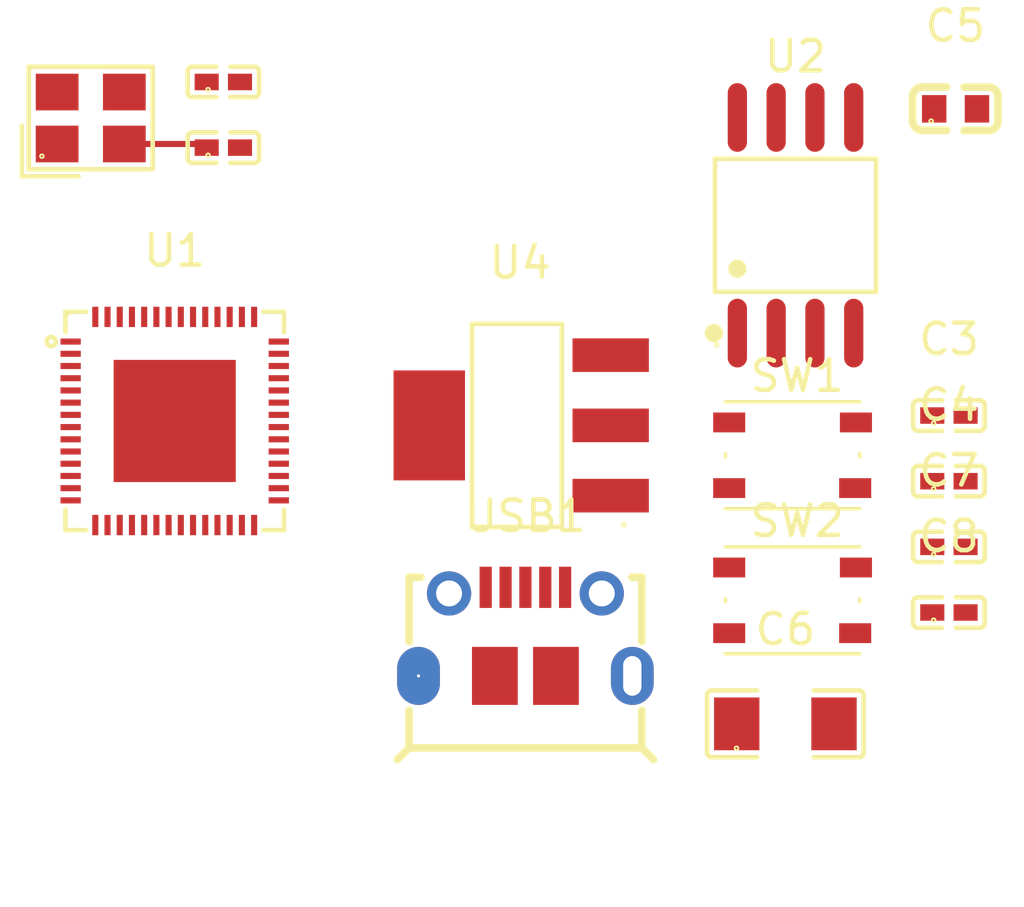
<source format=kicad_pcb>
(kicad_pcb (version 20221018) (generator pcbnew)
  (layers (0 "F.Cu" signal) (31 "B.Cu" signal) (34 "B.Paste" user) (35 "F.Paste" user) (36 "B.SilkS" user "B.Silkscreen") (37 "F.SilkS" user "F.Silkscreen") (38 "B.Mask" user) (39 "F.Mask" user) (44 "Edge.Cuts" user))
  (net 0 "")
  (net 5 "+5V")
  (net 6 "+3V3")
  (net 7 "GPIO0")
  (net 8 "RESET")
  (net 9 "IO0")
  (net 10 "IO1")
  (net 11 "IO2")
  (net 12 "IO3")
  (net 13 "IO4")
  (net 14 "IO5")
  (net 15 "IO6")
  (net 16 "IO7")
  (net 17 "IO8")
  (net 18 "IO9")
  (net 19 "IO10")
  (net 21 "IO11")
  (net 22 "IO12")
  (net 23 "IO13")
  (net 24 "IO14")
  (net 25 "IO15")
  (net 26 "IO16")
  (net 27 "IO17")
  (net 29 "IO18")
  (net 30 "USB_N")
  (net 31 "USB_P")
  (net 32 "IO21")
  (net 33 "SD_HD")
  (net 34 "SD_WP")
  (net 35 "SD_CS0")
  (net 36 "SD_CLK")
  (net 37 "SD_IQ")
  (net 38 "SD_ID")
  (net 39 "IO48")
  (net 40 "IO47")
  (net 41 "IO33")
  (net 42 "IO34")
  (net 43 "IO35")
  (net 44 "IO36")
  (net 45 "IO37")
  (net 47 "IO38")
  (net 48 "IO39")
  (net 51 "IO40")
  (net 52 "IO41")
  (net 56 "XTAL_P")
  (net 57 "GND")
  (net 58 "XTAL_N")
  (net 59 "IO42")
  (net 60 "IO45")
  (net 61 "IO46")
  (footprint "jlc_footprints:CRYSTAL-SMD_4P-L3.2-W2.5-BL" (layer "F.Cu") (at 111.953409 70.150531)
    (fp_text reference "X1" hide)
    (fp_text value "40MHz")
    (fp_line (start -2.257201 0.249886) (end -2.257201 1.907087) (stroke (width 0.1524)) (layer "F.SilkS"))
    (fp_line (start -2.257201 1.907087) (end -0.4 1.907087) (stroke (width 0.1524)) (layer "F.SilkS"))
    (fp_line (start -2.0286 -1.67874) (end 2.0286 -1.67874) (stroke (width 0.1524)) (layer "F.SilkS"))
    (fp_line (start -2.0286 1.678486) (end -2.0286 -1.67874) (stroke (width 0.1524)) (layer "F.SilkS"))
    (fp_line (start 2.0286 -1.67874) (end 2.0286 1.678486) (stroke (width 0.1524)) (layer "F.SilkS"))
    (fp_line (start 2.0286 1.678486) (end -2.0286 1.678486) (stroke (width 0.1524)) (layer "F.SilkS"))
    (fp_circle (center -1.6 1.249886) (end -1.570003 1.249886) (stroke (width 0.059995)) (fill none) (layer "F.SilkS"))
    (pad "1" smd rect (at -1.100076 0.850013) (size 1.4 1.2) (layers "F.Cu" "F.Paste" "F.Mask") (net 56 "XTAL_P"))
    (pad "2" smd rect (at 1.100076 0.850013) (size 1.4 1.2) (layers "F.Cu" "F.Paste" "F.Mask") (net 57 "GND"))
    (pad "3" smd rect (at 1.100076 -0.850013) (size 1.4 1.2) (layers "F.Cu" "F.Paste" "F.Mask") (net 58 "XTAL_N"))
    (pad "4" smd rect (at -1.100076 -0.850013) (size 1.4 1.2) (layers "F.Cu" "F.Paste" "F.Mask") (net 57 "GND"))
  )
  (footprint "jlc_footprints:C0402" (layer "F.Cu") (at 140.05237 84.191572)
    (fp_text reference "C7" (at 0 -2.498603) (layer "F.SilkS"))
    (fp_text value "100n")
    (fp_line (start -1.168707 0.346203) (end -1.168707 -0.346203) (stroke (width 0.1524)) (layer "F.SilkS"))
    (fp_line (start -1.016307 -0.498603) (end -0.226213 -0.498603) (stroke (width 0.1524)) (layer "F.SilkS"))
    (fp_line (start -0.226213 0.498603) (end -1.016307 0.498603) (stroke (width 0.1524)) (layer "F.SilkS"))
    (fp_line (start 0.226213 0.498603) (end 1.016307 0.498603) (stroke (width 0.1524)) (layer "F.SilkS"))
    (fp_line (start 1.016307 -0.498603) (end 0.226213 -0.498603) (stroke (width 0.1524)) (layer "F.SilkS"))
    (fp_line (start 1.168707 0.346203) (end 1.168707 -0.346203) (stroke (width 0.1524)) (layer "F.SilkS"))
    (fp_arc (start -1.168707 -0.346203) (mid -1.12407 -0.453966) (end -1.016307 -0.498603) (stroke (width 0.1524)) (layer "F.SilkS"))
    (fp_arc (start -1.016307 0.498603) (mid -1.12407 0.453966) (end -1.168707 0.346203) (stroke (width 0.1524)) (layer "F.SilkS"))
    (fp_arc (start 1.016307 -0.498603) (mid 1.12407 -0.453966) (end 1.168707 -0.346203) (stroke (width 0.1524)) (layer "F.SilkS"))
    (fp_arc (start 1.168707 0.346203) (mid 1.12407 0.453966) (end 1.016307 0.498603) (stroke (width 0.1524)) (layer "F.SilkS"))
    (fp_circle (center -0.5 0.250013) (end -0.470003 0.250013) (stroke (width 0.059995)) (fill none) (layer "F.SilkS"))
    (pad "1" smd rect (at -0.545085 0) (size 0.790094 0.540005) (layers "F.Cu" "F.Paste" "F.Mask") (net 57 "GND"))
    (pad "2" smd rect (at 0.545085 0) (size 0.790094 0.540005) (layers "F.Cu" "F.Paste" "F.Mask") (net 6 "+3V3"))
  )
  (footprint "jlc_footprints:C0402" (layer "F.Cu") (at 140.05237 86.341178)
    (fp_text reference "C8" (at 0 -2.498603) (layer "F.SilkS"))
    (fp_text value "1u")
    (fp_line (start -1.168707 0.346203) (end -1.168707 -0.346203) (stroke (width 0.1524)) (layer "F.SilkS"))
    (fp_line (start -1.016307 -0.498603) (end -0.226213 -0.498603) (stroke (width 0.1524)) (layer "F.SilkS"))
    (fp_line (start -0.226213 0.498603) (end -1.016307 0.498603) (stroke (width 0.1524)) (layer "F.SilkS"))
    (fp_line (start 0.226213 0.498603) (end 1.016307 0.498603) (stroke (width 0.1524)) (layer "F.SilkS"))
    (fp_line (start 1.016307 -0.498603) (end 0.226213 -0.498603) (stroke (width 0.1524)) (layer "F.SilkS"))
    (fp_line (start 1.168707 0.346203) (end 1.168707 -0.346203) (stroke (width 0.1524)) (layer "F.SilkS"))
    (fp_arc (start -1.168707 -0.346203) (mid -1.12407 -0.453966) (end -1.016307 -0.498603) (stroke (width 0.1524)) (layer "F.SilkS"))
    (fp_arc (start -1.016307 0.498603) (mid -1.12407 0.453966) (end -1.168707 0.346203) (stroke (width 0.1524)) (layer "F.SilkS"))
    (fp_arc (start 1.016307 -0.498603) (mid 1.12407 -0.453966) (end 1.168707 -0.346203) (stroke (width 0.1524)) (layer "F.SilkS"))
    (fp_arc (start 1.168707 0.346203) (mid 1.12407 0.453966) (end 1.016307 0.498603) (stroke (width 0.1524)) (layer "F.SilkS"))
    (fp_circle (center -0.5 0.250013) (end -0.470003 0.250013) (stroke (width 0.059995)) (fill none) (layer "F.SilkS"))
    (pad "1" smd rect (at -0.545085 0) (size 0.790094 0.540005) (layers "F.Cu" "F.Paste" "F.Mask") (net 6 "+3V3"))
    (pad "2" smd rect (at 0.545085 0) (size 0.790094 0.540005) (layers "F.Cu" "F.Paste" "F.Mask") (net 57 "GND"))
  )
  (footprint "jlc_footprints:C0402" (layer "F.Cu") (at 140.05237 79.89236)
    (fp_text reference "C3" (at 0 -2.498603) (layer "F.SilkS"))
    (fp_text value "10u")
    (fp_line (start -1.168707 0.346203) (end -1.168707 -0.346203) (stroke (width 0.1524)) (layer "F.SilkS"))
    (fp_line (start -1.016307 -0.498603) (end -0.226213 -0.498603) (stroke (width 0.1524)) (layer "F.SilkS"))
    (fp_line (start -0.226213 0.498603) (end -1.016307 0.498603) (stroke (width 0.1524)) (layer "F.SilkS"))
    (fp_line (start 0.226213 0.498603) (end 1.016307 0.498603) (stroke (width 0.1524)) (layer "F.SilkS"))
    (fp_line (start 1.016307 -0.498603) (end 0.226213 -0.498603) (stroke (width 0.1524)) (layer "F.SilkS"))
    (fp_line (start 1.168707 0.346203) (end 1.168707 -0.346203) (stroke (width 0.1524)) (layer "F.SilkS"))
    (fp_arc (start -1.168707 -0.346203) (mid -1.12407 -0.453966) (end -1.016307 -0.498603) (stroke (width 0.1524)) (layer "F.SilkS"))
    (fp_arc (start -1.016307 0.498603) (mid -1.12407 0.453966) (end -1.168707 0.346203) (stroke (width 0.1524)) (layer "F.SilkS"))
    (fp_arc (start 1.016307 -0.498603) (mid 1.12407 -0.453966) (end 1.168707 -0.346203) (stroke (width 0.1524)) (layer "F.SilkS"))
    (fp_arc (start 1.168707 0.346203) (mid 1.12407 0.453966) (end 1.016307 0.498603) (stroke (width 0.1524)) (layer "F.SilkS"))
    (fp_circle (center -0.5 0.250013) (end -0.470003 0.250013) (stroke (width 0.059995)) (fill none) (layer "F.SilkS"))
    (pad "1" smd rect (at -0.545085 0) (size 0.790094 0.540005) (layers "F.Cu" "F.Paste" "F.Mask") (net 57 "GND"))
    (pad "2" smd rect (at 0.545085 0) (size 0.790094 0.540005) (layers "F.Cu" "F.Paste" "F.Mask") (net 5 "+5V"))
  )
  (footprint "jlc_footprints:C0402" (layer "F.Cu") (at 116.294915 71.12)
    (fp_text reference "C2" hide)
    (fp_text value "12p")
    (fp_line (start -1.168707 0.346203) (end -1.168707 -0.346203) (stroke (width 0.1524)) (layer "F.SilkS"))
    (fp_line (start -1.016307 -0.498603) (end -0.226213 -0.498603) (stroke (width 0.1524)) (layer "F.SilkS"))
    (fp_line (start -0.226213 0.498603) (end -1.016307 0.498603) (stroke (width 0.1524)) (layer "F.SilkS"))
    (fp_line (start 0.226213 0.498603) (end 1.016307 0.498603) (stroke (width 0.1524)) (layer "F.SilkS"))
    (fp_line (start 1.016307 -0.498603) (end 0.226213 -0.498603) (stroke (width 0.1524)) (layer "F.SilkS"))
    (fp_line (start 1.168707 0.346203) (end 1.168707 -0.346203) (stroke (width 0.1524)) (layer "F.SilkS"))
    (fp_arc (start -1.168707 -0.346203) (mid -1.12407 -0.453966) (end -1.016307 -0.498603) (stroke (width 0.1524)) (layer "F.SilkS"))
    (fp_arc (start -1.016307 0.498603) (mid -1.12407 0.453966) (end -1.168707 0.346203) (stroke (width 0.1524)) (layer "F.SilkS"))
    (fp_arc (start 1.016307 -0.498603) (mid 1.12407 -0.453966) (end 1.168707 -0.346203) (stroke (width 0.1524)) (layer "F.SilkS"))
    (fp_arc (start 1.168707 0.346203) (mid 1.12407 0.453966) (end 1.016307 0.498603) (stroke (width 0.1524)) (layer "F.SilkS"))
    (fp_circle (center -0.5 0.250013) (end -0.470003 0.250013) (stroke (width 0.059995)) (fill none) (layer "F.SilkS"))
    (pad "1" smd rect (at -0.545085 0) (size 0.790094 0.540005) (layers "F.Cu" "F.Paste" "F.Mask") (net 57 "GND"))
    (pad "2" smd rect (at 0.545085 0) (size 0.790094 0.540005) (layers "F.Cu" "F.Paste" "F.Mask") (net 58 "XTAL_N"))
  )
  (footprint "Button_Switch_SMD:SW_Push_1P1T_NO_Vertical_Wuerth_434133025816" (layer "F.Cu") (at 134.932463 81.192557)
    (fp_text reference "SW1" (at 0.15 -2.6) (layer "F.SilkS"))
    (fp_text value "IO0")
    (fp_line (start -2.2 0.05) (end -2.2 -0.05) (stroke (width 0.12)) (layer "F.SilkS"))
    (fp_line (start -2.2 1.75) (end 2.2 1.75) (stroke (width 0.12)) (layer "F.SilkS"))
    (fp_line (start 2.2 -1.75) (end -2.2 -1.75) (stroke (width 0.12)) (layer "F.SilkS"))
    (fp_line (start 2.2 0.05) (end 2.2 -0.05) (stroke (width 0.12)) (layer "F.SilkS"))
    (pad "1" smd rect (at -2.075 -1.075) (size 1.05 0.65) (layers "F.Cu" "F.Paste" "F.Mask") (net 57 "GND"))
    (pad "1" smd rect (at 2.075 -1.075) (size 1.05 0.65) (layers "F.Cu" "F.Paste" "F.Mask") (net 57 "GND"))
    (pad "2" smd rect (at -2.075 1.075) (size 1.05 0.65) (layers "F.Cu" "F.Paste" "F.Mask") (net 7 "GPIO0"))
    (pad "2" smd rect (at 2.05 1.075) (size 1.05 0.65) (layers "F.Cu" "F.Paste" "F.Mask") (net 7 "GPIO0"))
  )
  (footprint "jlc_footprints:C1206" (layer "F.Cu") (at 134.697265 89.986366)
    (fp_text reference "C6" (at 0 -3.092609) (layer "F.SilkS"))
    (fp_text value "100u")
    (fp_line (start -2.563602 0.940208) (end -2.563602 -0.940208) (stroke (width 0.1524)) (layer "F.SilkS"))
    (fp_line (start -2.411201 -1.092609) (end -0.926213 -1.092609) (stroke (width 0.1524)) (layer "F.SilkS"))
    (fp_line (start -0.926213 1.092609) (end -2.411201 1.092609) (stroke (width 0.1524)) (layer "F.SilkS"))
    (fp_line (start 0.926213 1.092609) (end 2.411201 1.092609) (stroke (width 0.1524)) (layer "F.SilkS"))
    (fp_line (start 2.411201 -1.092609) (end 0.926213 -1.092609) (stroke (width 0.1524)) (layer "F.SilkS"))
    (fp_line (start 2.563602 0.940208) (end 2.563602 -0.940208) (stroke (width 0.1524)) (layer "F.SilkS"))
    (fp_arc (start -2.563602 -0.940208) (mid -2.518965 -1.047972) (end -2.411201 -1.092609) (stroke (width 0.1524)) (layer "F.SilkS"))
    (fp_arc (start -2.411201 1.092609) (mid -2.518965 1.047972) (end -2.563602 0.940208) (stroke (width 0.1524)) (layer "F.SilkS"))
    (fp_arc (start 2.411201 -1.092609) (mid 2.518965 -1.047972) (end 2.563602 -0.940208) (stroke (width 0.1524)) (layer "F.SilkS"))
    (fp_arc (start 2.563602 0.940208) (mid 2.518965 1.047972) (end 2.411201 1.092609) (stroke (width 0.1524)) (layer "F.SilkS"))
    (fp_circle (center -1.599949 0.800102) (end -1.569977 0.800102) (stroke (width 0.059995)) (fill none) (layer "F.SilkS"))
    (pad "1" smd rect (at -1.592583 0) (size 1.485014 1.727991) (layers "F.Cu" "F.Paste" "F.Mask") (net 57 "GND"))
    (pad "2" smd rect (at 1.592583 0) (size 1.485014 1.727991) (layers "F.Cu" "F.Paste" "F.Mask") (net 6 "+3V3"))
  )
  (footprint "Button_Switch_SMD:SW_Push_1P1T_NO_Vertical_Wuerth_434133025816" (layer "F.Cu") (at 134.932463 85.942557)
    (fp_text reference "SW2" (at 0.15 -2.6) (layer "F.SilkS"))
    (fp_text value "RST")
    (fp_line (start -2.2 0.05) (end -2.2 -0.05) (stroke (width 0.12)) (layer "F.SilkS"))
    (fp_line (start -2.2 1.75) (end 2.2 1.75) (stroke (width 0.12)) (layer "F.SilkS"))
    (fp_line (start 2.2 -1.75) (end -2.2 -1.75) (stroke (width 0.12)) (layer "F.SilkS"))
    (fp_line (start 2.2 0.05) (end 2.2 -0.05) (stroke (width 0.12)) (layer "F.SilkS"))
    (pad "1" smd rect (at -2.075 -1.075) (size 1.05 0.65) (layers "F.Cu" "F.Paste" "F.Mask") (net 57 "GND"))
    (pad "1" smd rect (at 2.075 -1.075) (size 1.05 0.65) (layers "F.Cu" "F.Paste" "F.Mask") (net 57 "GND"))
    (pad "2" smd rect (at -2.075 1.075) (size 1.05 0.65) (layers "F.Cu" "F.Paste" "F.Mask") (net 8 "RESET"))
    (pad "2" smd rect (at 2.05 1.075) (size 1.05 0.65) (layers "F.Cu" "F.Paste" "F.Mask") (net 8 "RESET"))
  )
  (footprint "jlc_footprints:QFN-56_L7.0-W7.0-P0.40-TL-EP4.0" (layer "F.Cu") (at 114.702456 80.070076)
    (fp_text reference "U1" (at 0.000076 -5.576302) (layer "F.SilkS"))
    (fp_text value "ESP32-S3(R8)")
    (fp_line (start -3.576149 -3.576302) (end -3.576149 -2.902591) (stroke (width 0.1524)) (layer "F.SilkS"))
    (fp_line (start -3.576149 3.576149) (end -3.576149 2.902464) (stroke (width 0.1524)) (layer "F.SilkS"))
    (fp_line (start -2.902464 -3.576302) (end -3.576149 -3.576302) (stroke (width 0.1524)) (layer "F.SilkS"))
    (fp_line (start -2.902464 3.576149) (end -3.576149 3.576149) (stroke (width 0.1524)) (layer "F.SilkS"))
    (fp_line (start 2.902591 -3.576302) (end 3.576302 -3.576302) (stroke (width 0.1524)) (layer "F.SilkS"))
    (fp_line (start 2.902591 3.576149) (end 3.576302 3.576149) (stroke (width 0.1524)) (layer "F.SilkS"))
    (fp_line (start 3.576302 -3.576302) (end 3.576302 -2.902591) (stroke (width 0.1524)) (layer "F.SilkS"))
    (fp_line (start 3.576302 3.576149) (end 3.576302 2.902464) (stroke (width 0.1524)) (layer "F.SilkS"))
    (fp_circle (center -4.039751 -2.600076) (end -3.964821 -2.600076) (stroke (width 0.150013)) (fill none) (layer "F.SilkS"))
    (fp_circle (center -3.499924 -3.500076) (end -3.469926 -3.500076) (stroke (width 0.059995)) (fill none) (layer "F.SilkS"))
    (pad "1" smd rect (at -3.407544 -2.600076) (size 0.664999 0.2) (layers "F.Cu" "F.Paste" "F.Mask"))
    (pad "2" smd rect (at -3.407544 -2.200025) (size 0.664999 0.2) (layers "F.Cu" "F.Paste" "F.Mask"))
    (pad "3" smd rect (at -3.407544 -1.799975) (size 0.664999 0.2) (layers "F.Cu" "F.Paste" "F.Mask"))
    (pad "4" smd rect (at -3.407544 -1.400178) (size 0.664999 0.2) (layers "F.Cu" "F.Paste" "F.Mask"))
    (pad "5" smd rect (at -3.407544 -1.000127) (size 0.664999 0.2) (layers "F.Cu" "F.Paste" "F.Mask") (net 9 "IO0"))
    (pad "6" smd rect (at -3.407544 -0.600076) (size 0.664999 0.2) (layers "F.Cu" "F.Paste" "F.Mask") (net 10 "IO1"))
    (pad "7" smd rect (at -3.407544 -0.200025) (size 0.664999 0.2) (layers "F.Cu" "F.Paste" "F.Mask") (net 11 "IO2"))
    (pad "8" smd rect (at -3.407544 0.200025) (size 0.664999 0.2) (layers "F.Cu" "F.Paste" "F.Mask") (net 12 "IO3"))
    (pad "9" smd rect (at -3.407544 0.599822) (size 0.664999 0.2) (layers "F.Cu" "F.Paste" "F.Mask") (net 13 "IO4"))
    (pad "10" smd rect (at -3.407544 0.999873) (size 0.664999 0.2) (layers "F.Cu" "F.Paste" "F.Mask") (net 14 "IO5"))
    (pad "11" smd rect (at -3.407544 1.399924) (size 0.664999 0.2) (layers "F.Cu" "F.Paste" "F.Mask") (net 15 "IO6"))
    (pad "12" smd rect (at -3.407544 1.799975) (size 0.664999 0.2) (layers "F.Cu" "F.Paste" "F.Mask") (net 16 "IO7"))
    (pad "13" smd rect (at -3.407544 2.200025) (size 0.664999 0.2) (layers "F.Cu" "F.Paste" "F.Mask") (net 17 "IO8"))
    (pad "14" smd rect (at -3.407544 2.599822) (size 0.664999 0.2) (layers "F.Cu" "F.Paste" "F.Mask") (net 18 "IO9"))
    (pad "15" smd rect (at -2.599822 3.407544) (size 0.2 0.664999) (layers "F.Cu" "F.Paste" "F.Mask") (net 19 "IO10"))
    (pad "16" smd rect (at -2.200025 3.407544) (size 0.2 0.664999) (layers "F.Cu" "F.Paste" "F.Mask") (net 21 "IO11"))
    (pad "17" smd rect (at -1.799975 3.407544) (size 0.2 0.664999) (layers "F.Cu" "F.Paste" "F.Mask") (net 22 "IO12"))
    (pad "18" smd rect (at -1.399924 3.407544) (size 0.2 0.664999) (layers "F.Cu" "F.Paste" "F.Mask") (net 23 "IO13"))
    (pad "19" smd rect (at -0.999873 3.407544) (size 0.2 0.664999) (layers "F.Cu" "F.Paste" "F.Mask") (net 24 "IO14"))
    (pad "20" smd rect (at -0.599822 3.407544) (size 0.2 0.664999) (layers "F.Cu" "F.Paste" "F.Mask"))
    (pad "21" smd rect (at -0.200025 3.407544) (size 0.2 0.664999) (layers "F.Cu" "F.Paste" "F.Mask") (net 25 "IO15"))
    (pad "22" smd rect (at 0.200025 3.407544) (size 0.2 0.664999) (layers "F.Cu" "F.Paste" "F.Mask") (net 26 "IO16"))
    (pad "23" smd rect (at 0.600076 3.407544) (size 0.2 0.664999) (layers "F.Cu" "F.Paste" "F.Mask") (net 27 "IO17"))
    (pad "24" smd rect (at 1.000127 3.407544) (size 0.2 0.664999) (layers "F.Cu" "F.Paste" "F.Mask") (net 29 "IO18"))
    (pad "25" smd rect (at 1.400178 3.407544) (size 0.2 0.664999) (layers "F.Cu" "F.Paste" "F.Mask") (net 30 "USB_N"))
    (pad "26" smd rect (at 1.799975 3.407544) (size 0.2 0.664999) (layers "F.Cu" "F.Paste" "F.Mask") (net 31 "USB_P"))
    (pad "27" smd rect (at 2.200025 3.407544) (size 0.2 0.664999) (layers "F.Cu" "F.Paste" "F.Mask") (net 32 "IO21"))
    (pad "28" smd rect (at 2.600076 3.407544) (size 0.2 0.664999) (layers "F.Cu" "F.Paste" "F.Mask"))
    (pad "29" smd rect (at 3.407544 2.599822) (size 0.664999 0.2) (layers "F.Cu" "F.Paste" "F.Mask") (net 6 "+3V3"))
    (pad "30" smd rect (at 3.407544 2.200025) (size 0.664999 0.2) (layers "F.Cu" "F.Paste" "F.Mask") (net 33 "SD_HD"))
    (pad "31" smd rect (at 3.407544 1.799975) (size 0.664999 0.2) (layers "F.Cu" "F.Paste" "F.Mask") (net 34 "SD_WP"))
    (pad "32" smd rect (at 3.407544 1.399924) (size 0.664999 0.2) (layers "F.Cu" "F.Paste" "F.Mask") (net 35 "SD_CS0"))
    (pad "33" smd rect (at 3.407544 0.999873) (size 0.664999 0.2) (layers "F.Cu" "F.Paste" "F.Mask") (net 36 "SD_CLK"))
    (pad "34" smd rect (at 3.407544 0.599822) (size 0.664999 0.2) (layers "F.Cu" "F.Paste" "F.Mask") (net 37 "SD_IQ"))
    (pad "35" smd rect (at 3.407544 0.200025) (size 0.664999 0.2) (layers "F.Cu" "F.Paste" "F.Mask") (net 38 "SD_ID"))
    (pad "36" smd rect (at 3.407544 -0.200025) (size 0.664999 0.2) (layers "F.Cu" "F.Paste" "F.Mask") (net 39 "IO48"))
    (pad "37" smd rect (at 3.407544 -0.600076) (size 0.664999 0.2) (layers "F.Cu" "F.Paste" "F.Mask") (net 40 "IO47"))
    (pad "38" smd rect (at 3.407544 -1.000127) (size 0.664999 0.2) (layers "F.Cu" "F.Paste" "F.Mask") (net 41 "IO33"))
    (pad "39" smd rect (at 3.407544 -1.400178) (size 0.664999 0.2) (layers "F.Cu" "F.Paste" "F.Mask") (net 42 "IO34"))
    (pad "40" smd rect (at 3.407544 -1.799975) (size 0.664999 0.2) (layers "F.Cu" "F.Paste" "F.Mask") (net 43 "IO35"))
    (pad "41" smd rect (at 3.407544 -2.200025) (size 0.664999 0.2) (layers "F.Cu" "F.Paste" "F.Mask") (net 44 "IO36"))
    (pad "42" smd rect (at 3.407544 -2.600076) (size 0.664999 0.2) (layers "F.Cu" "F.Paste" "F.Mask") (net 45 "IO37"))
    (pad "43" smd rect (at 2.600076 -3.407544) (size 0.2 0.664999) (layers "F.Cu" "F.Paste" "F.Mask") (net 47 "IO38"))
    (pad "44" smd rect (at 2.200025 -3.407544) (size 0.2 0.664999) (layers "F.Cu" "F.Paste" "F.Mask") (net 48 "IO39"))
    (pad "45" smd rect (at 1.799975 -3.407544) (size 0.2 0.664999) (layers "F.Cu" "F.Paste" "F.Mask") (net 51 "IO40"))
    (pad "46" smd rect (at 1.400178 -3.407544) (size 0.2 0.664999) (layers "F.Cu" "F.Paste" "F.Mask"))
    (pad "47" smd rect (at 1.000127 -3.407544) (size 0.2 0.664999) (layers "F.Cu" "F.Paste" "F.Mask") (net 52 "IO41"))
    (pad "48" smd rect (at 0.600076 -3.407544) (size 0.2 0.664999) (layers "F.Cu" "F.Paste" "F.Mask") (net 59 "IO42"))
    (pad "49" smd rect (at 0.200025 -3.407544) (size 0.2 0.664999) (layers "F.Cu" "F.Paste" "F.Mask"))
    (pad "50" smd rect (at -0.200025 -3.407544) (size 0.2 0.664999) (layers "F.Cu" "F.Paste" "F.Mask"))
    (pad "51" smd rect (at -0.599822 -3.407544) (size 0.2 0.664999) (layers "F.Cu" "F.Paste" "F.Mask") (net 60 "IO45"))
    (pad "52" smd rect (at -0.999873 -3.407544) (size 0.2 0.664999) (layers "F.Cu" "F.Paste" "F.Mask") (net 61 "IO46"))
    (pad "53" smd rect (at -1.399924 -3.407544) (size 0.2 0.664999) (layers "F.Cu" "F.Paste" "F.Mask") (net 58 "XTAL_N"))
    (pad "54" smd rect (at -1.799975 -3.407544) (size 0.2 0.664999) (layers "F.Cu" "F.Paste" "F.Mask") (net 56 "XTAL_P"))
    (pad "55" smd rect (at -2.200025 -3.407544) (size 0.2 0.664999) (layers "F.Cu" "F.Paste" "F.Mask"))
    (pad "56" smd rect (at -2.599822 -3.407544) (size 0.2 0.664999) (layers "F.Cu" "F.Paste" "F.Mask"))
    (pad "57" smd rect (at 0.000127 -0.000127) (size 4 4) (layers "F.Cu" "F.Paste" "F.Mask"))
  )
  (footprint "jlc_footprints:C0402" (layer "F.Cu") (at 116.294915 68.970394)
    (fp_text reference "C1" hide)
    (fp_text value "12p")
    (fp_line (start -1.168707 0.346203) (end -1.168707 -0.346203) (stroke (width 0.1524)) (layer "F.SilkS"))
    (fp_line (start -1.016307 -0.498603) (end -0.226213 -0.498603) (stroke (width 0.1524)) (layer "F.SilkS"))
    (fp_line (start -0.226213 0.498603) (end -1.016307 0.498603) (stroke (width 0.1524)) (layer "F.SilkS"))
    (fp_line (start 0.226213 0.498603) (end 1.016307 0.498603) (stroke (width 0.1524)) (layer "F.SilkS"))
    (fp_line (start 1.016307 -0.498603) (end 0.226213 -0.498603) (stroke (width 0.1524)) (layer "F.SilkS"))
    (fp_line (start 1.168707 0.346203) (end 1.168707 -0.346203) (stroke (width 0.1524)) (layer "F.SilkS"))
    (fp_arc (start -1.168707 -0.346203) (mid -1.12407 -0.453966) (end -1.016307 -0.498603) (stroke (width 0.1524)) (layer "F.SilkS"))
    (fp_arc (start -1.016307 0.498603) (mid -1.12407 0.453966) (end -1.168707 0.346203) (stroke (width 0.1524)) (layer "F.SilkS"))
    (fp_arc (start 1.016307 -0.498603) (mid 1.12407 -0.453966) (end 1.168707 -0.346203) (stroke (width 0.1524)) (layer "F.SilkS"))
    (fp_arc (start 1.168707 0.346203) (mid 1.12407 0.453966) (end 1.016307 0.498603) (stroke (width 0.1524)) (layer "F.SilkS"))
    (fp_circle (center -0.5 0.250013) (end -0.470003 0.250013) (stroke (width 0.059995)) (fill none) (layer "F.SilkS"))
    (pad "1" smd rect (at -0.545085 0) (size 0.790094 0.540005) (layers "F.Cu" "F.Paste" "F.Mask") (net 57 "GND"))
    (pad "2" smd rect (at 0.545085 0) (size 0.790094 0.540005) (layers "F.Cu" "F.Paste" "F.Mask") (net 56 "XTAL_P"))
  )
  (footprint "jlc_footprints:SOT-223-3_L6.5-W3.4-P2.30-LS7.0-BR" (layer "F.Cu") (at 126.007442 80.214796)
    (fp_text reference "U4" (at -0.000013 -5.326213) (layer "F.SilkS"))
    (fp_text value "AMS1117")
    (fp_line (start -1.571425 -3.326213) (end 1.371374 -3.326213) (stroke (width 0.1524)) (layer "F.SilkS"))
    (fp_line (start -1.571425 3.326213) (end -1.571425 -3.326213) (stroke (width 0.1524)) (layer "F.SilkS"))
    (fp_line (start 1.371374 -3.326213) (end 1.371374 3.326213) (stroke (width 0.1524)) (layer "F.SilkS"))
    (fp_line (start 1.371374 3.326213) (end -1.571425 3.326213) (stroke (width 0.1524)) (layer "F.SilkS"))
    (fp_circle (center 3.400102 3.249936) (end 3.430074 3.249936) (stroke (width 0.059995)) (fill none) (layer "F.SilkS"))
    (pad "1" smd rect (at 2.969952 2.299975) (size 2.5 1.1) (layers "F.Cu" "F.Paste" "F.Mask") (net 57 "GND"))
    (pad "2" smd rect (at 2.969952 0) (size 2.5 1.1) (layers "F.Cu" "F.Paste" "F.Mask") (net 6 "+3V3"))
    (pad "3" smd rect (at 2.969952 -2.299975) (size 2.5 1.1) (layers "F.Cu" "F.Paste" "F.Mask") (net 5 "+5V"))
    (pad "4" smd rect (at -2.969977 0) (size 2.340005 3.6) (layers "F.Cu" "F.Paste" "F.Mask") (net 6 "+3V3"))
  )
  (footprint "jlc_footprints:C0603" (layer "F.Cu") (at 140.269975 69.85)
    (fp_text reference "C5" (at -0.007722 -2.715443) (layer "F.SilkS"))
    (fp_text value "22u")
    (fp_line (start -1.405461 -0.405613) (end -1.405461 0.394361) (stroke (width 0.254)) (layer "F.SilkS"))
    (fp_line (start -0.295631 -0.715443) (end -1.095631 -0.715443) (stroke (width 0.254)) (layer "F.SilkS"))
    (fp_line (start -0.295631 0.704166) (end -1.095631 0.704166) (stroke (width 0.254)) (layer "F.SilkS"))
    (fp_line (start 0.280264 -0.709627) (end 1.080239 -0.709627) (stroke (width 0.254)) (layer "F.SilkS"))
    (fp_line (start 0.280264 0.710033) (end 1.080239 0.710033) (stroke (width 0.254)) (layer "F.SilkS"))
    (fp_line (start 1.390018 -0.399771) (end 1.390018 0.400254) (stroke (width 0.254)) (layer "F.SilkS"))
    (fp_arc (start -1.405512 -0.405613) (mid -1.314765 -0.624696) (end -1.095682 -0.715443) (stroke (width 0.254)) (layer "F.SilkS"))
    (fp_arc (start -1.095682 0.704216) (mid -1.314773 0.61346) (end -1.405511 0.394362) (stroke (width 0.254)) (layer "F.SilkS"))
    (fp_arc (start 1.080188 -0.709627) (mid 1.29928 -0.618871) (end 1.390018 -0.399772) (stroke (width 0.254)) (layer "F.SilkS"))
    (fp_arc (start 1.390018 0.400203) (mid 1.299271 0.619286) (end 1.080188 0.710033) (stroke (width 0.254)) (layer "F.SilkS"))
    (fp_circle (center -0.800102 0.400051) (end -0.77013 0.400051) (stroke (width 0.059995)) (fill none) (layer "F.SilkS"))
    (pad "1" smd rect (at -0.700025 0) (size 0.8 0.9) (layers "F.Cu" "F.Paste" "F.Mask") (net 57 "GND"))
    (pad "2" smd rect (at 0.700025 0) (size 0.8 0.9) (layers "F.Cu" "F.Paste" "F.Mask") (net 5 "+5V"))
  )
  (footprint "jlc_footprints:SOIC-8_L5.3-W5.3-P1.27-LS8.0-BL" (layer "F.Cu") (at 135.029916 73.662663)
    (fp_text reference "U2" (at 0 -5.530099) (layer "F.SilkS"))
    (fp_text value "W25Q128JVSIQTR")
    (fp_line (start -2.63871 -2.176403) (end 2.63871 -2.176403) (stroke (width 0.1524)) (layer "F.SilkS"))
    (fp_line (start -2.63871 2.176403) (end -2.63871 -2.176403) (stroke (width 0.1524)) (layer "F.SilkS"))
    (fp_line (start 2.63871 -2.176403) (end 2.63871 2.176403) (stroke (width 0.1524)) (layer "F.SilkS"))
    (fp_line (start 2.63871 2.176403) (end -2.63871 2.176403) (stroke (width 0.1524)) (layer "F.SilkS"))
    (fp_circle (center -2.672339 3.530099) (end -2.522225 3.530099) (stroke (width 0.3)) (fill none) (layer "F.SilkS"))
    (fp_circle (center -2.58509 3.920041) (end -2.555118 3.920041) (stroke (width 0.059995)) (fill none) (layer "F.SilkS"))
    (fp_circle (center -1.905004 1.423927) (end -1.75489 1.423927) (stroke (width 0.3)) (fill none) (layer "F.SilkS"))
    (pad "1" smd oval (at -1.905004 3.530099) (size 0.629997 2.250013) (layers "F.Cu" "F.Paste" "F.Mask") (net 35 "SD_CS0"))
    (pad "2" smd oval (at -0.635001 3.530099) (size 0.629997 2.250013) (layers "F.Cu" "F.Paste" "F.Mask") (net 37 "SD_IQ"))
    (pad "3" smd oval (at 0.635001 3.530099) (size 0.629997 2.250013) (layers "F.Cu" "F.Paste" "F.Mask") (net 34 "SD_WP"))
    (pad "4" smd oval (at 1.905004 3.530099) (size 0.629997 2.250013) (layers "F.Cu" "F.Paste" "F.Mask") (net 57 "GND"))
    (pad "5" smd oval (at 1.905004 -3.530099) (size 0.629997 2.250013) (layers "F.Cu" "F.Paste" "F.Mask") (net 38 "SD_ID"))
    (pad "6" smd oval (at 0.635001 -3.530099) (size 0.629997 2.250013) (layers "F.Cu" "F.Paste" "F.Mask") (net 36 "SD_CLK"))
    (pad "7" smd oval (at -0.635001 -3.530099) (size 0.629997 2.250013) (layers "F.Cu" "F.Paste" "F.Mask") (net 33 "SD_HD"))
    (pad "8" smd oval (at -1.905004 -3.530099) (size 0.629997 2.250013) (layers "F.Cu" "F.Paste" "F.Mask") (net 6 "+3V3"))
  )
  (footprint "jlc_footprints:C0402" (layer "F.Cu") (at 140.05237 82.041966)
    (fp_text reference "C4" (at 0 -2.498603) (layer "F.SilkS"))
    (fp_text value "100n")
    (fp_line (start -1.168707 0.346203) (end -1.168707 -0.346203) (stroke (width 0.1524)) (layer "F.SilkS"))
    (fp_line (start -1.016307 -0.498603) (end -0.226213 -0.498603) (stroke (width 0.1524)) (layer "F.SilkS"))
    (fp_line (start -0.226213 0.498603) (end -1.016307 0.498603) (stroke (width 0.1524)) (layer "F.SilkS"))
    (fp_line (start 0.226213 0.498603) (end 1.016307 0.498603) (stroke (width 0.1524)) (layer "F.SilkS"))
    (fp_line (start 1.016307 -0.498603) (end 0.226213 -0.498603) (stroke (width 0.1524)) (layer "F.SilkS"))
    (fp_line (start 1.168707 0.346203) (end 1.168707 -0.346203) (stroke (width 0.1524)) (layer "F.SilkS"))
    (fp_arc (start -1.168707 -0.346203) (mid -1.12407 -0.453966) (end -1.016307 -0.498603) (stroke (width 0.1524)) (layer "F.SilkS"))
    (fp_arc (start -1.016307 0.498603) (mid -1.12407 0.453966) (end -1.168707 0.346203) (stroke (width 0.1524)) (layer "F.SilkS"))
    (fp_arc (start 1.016307 -0.498603) (mid 1.12407 -0.453966) (end 1.168707 -0.346203) (stroke (width 0.1524)) (layer "F.SilkS"))
    (fp_arc (start 1.168707 0.346203) (mid 1.12407 0.453966) (end 1.016307 0.498603) (stroke (width 0.1524)) (layer "F.SilkS"))
    (fp_circle (center -0.5 0.250013) (end -0.470003 0.250013) (stroke (width 0.059995)) (fill none) (layer "F.SilkS"))
    (pad "1" smd rect (at -0.545085 0) (size 0.790094 0.540005) (layers "F.Cu" "F.Paste" "F.Mask") (net 57 "GND"))
    (pad "2" smd rect (at 0.545085 0) (size 0.790094 0.540005) (layers "F.Cu" "F.Paste" "F.Mask") (net 5 "+5V"))
  )
  (footprint "jlc_footprints:MICRO-USB-SMD_1050171001" (layer "F.Cu") (at 126.185471 86.966638)
    (fp_text reference "USB1" (at 0 -3.78156) (layer "F.SilkS"))
    (fp_text value "1050171001")
    (fp_line (start -3.833503 3.829947) (end -4.191008 4.187452) (stroke (width 0.254)) (layer "F.SilkS"))
    (fp_line (start -3.810135 2.577826) (end -3.810135 3.829947) (stroke (width 0.254)) (layer "F.SilkS"))
    (fp_line (start -3.810135 3.829947) (end -3.833503 3.829947) (stroke (width 0.254)) (layer "F.SilkS"))
    (fp_line (start -3.810008 -1.78156) (end -3.810135 0.322047) (stroke (width 0.254)) (layer "F.SilkS"))
    (fp_line (start -3.810008 3.806452) (end 3.809881 3.806452) (stroke (width 0.254)) (layer "F.SilkS"))
    (fp_line (start -3.429007 -1.78156) (end -3.754051 -1.78156) (stroke (width 0.254)) (layer "F.SilkS"))
    (fp_line (start 3.809881 2.577826) (end 3.809881 3.829947) (stroke (width 0.254)) (layer "F.SilkS"))
    (fp_line (start 3.809881 3.829947) (end 3.833503 3.829947) (stroke (width 0.254)) (layer "F.SilkS"))
    (fp_line (start 3.810008 -1.78156) (end 3.484963 -1.78156) (stroke (width 0.254)) (layer "F.SilkS"))
    (fp_line (start 3.810008 -1.78156) (end 3.809881 0.322047) (stroke (width 0.254)) (layer "F.SilkS"))
    (fp_line (start 3.833503 3.829947) (end 4.191008 4.187452) (stroke (width 0.254)) (layer "F.SilkS"))
    (fp_circle (center -3.749936 -1.825121) (end -3.719964 -1.825121) (stroke (width 0.059995)) (fill none) (layer "F.SilkS"))
    (pad "1" smd rect (at -1.300102 -1.449962) (size 0.4 1.350013) (layers "F.Cu" "F.Paste" "F.Mask"))
    (pad "2" smd rect (at -0.650114 -1.449962) (size 0.4 1.350013) (layers "F.Cu" "F.Paste" "F.Mask") (net 30 "USB_N"))
    (pad "3" smd rect (at -0.000127 -1.449962) (size 0.4 1.350013) (layers "F.Cu" "F.Paste" "F.Mask") (net 31 "USB_P"))
    (pad "4" smd rect (at 0.64986 -1.449962) (size 0.4 1.350013) (layers "F.Cu" "F.Paste" "F.Mask"))
    (pad "5" smd rect (at 1.299848 -1.449962) (size 0.4 1.350013) (layers "F.Cu" "F.Paste" "F.Mask"))
    (pad "6" thru_hole circle (at -2.5 -1.250064) (size 1.450013 1.450013) (drill 0.849987) (layers "*.Cu" "*.Mask"))
    (pad "7" thru_hole circle (at 2.5 -1.250064) (size 1.450013 1.450013) (drill 0.849987) (layers "*.Cu" "*.Mask"))
    (pad "8" thru_hole custom (at -3.5 1.449962) (size 0.1 0.1) (drill oval 0.6 1.3) (layers "*.Cu" "*.Mask") (options (clearance outline) (anchor circle)) (primitives (gr_poly (pts (xy -0.01745 0.949784) (xy -0.052299 0.948057) (xy -0.087046 0.944577) (xy -0.121565 0.93937) (xy -0.155753 0.932461) (xy -0.189586 0.923851) (xy -0.222936 0.913564) (xy -0.255728 0.901626) (xy -0.28791 0.888062) (xy -0.319355 0.872924) (xy -0.349987 0.856236) (xy -0.379782 0.838024) (xy -0.408611 0.818364) (xy -0.436449 0.797282) (xy -0.46317 0.774854) (xy -0.488773 0.75113) (xy -0.513132 0.726137) (xy -0.53622 0.699975) (xy -0.557988 0.67267) (xy -0.578359 0.644348) (xy -0.597308 0.615011) (xy -0.614757 0.584785) (xy -0.630683 0.553721) (xy -0.645034 0.52192) (xy -0.657785 0.489434) (xy -0.66891 0.456337) (xy -0.678359 0.422733) (xy -0.686132 0.388722) (xy -0.692177 0.354331) (xy -0.69652 0.31971) (xy -0.699136 0.284912) (xy -0.7 0.250013) (xy -0.7 -0.249987) (xy -0.699136 -0.284887) (xy -0.69652 -0.319685) (xy -0.692177 -0.354305) (xy -0.686132 -0.388697) (xy -0.678359 -0.422708) (xy -0.66891 -0.456312) (xy -0.657785 -0.489408) (xy -0.645034 -0.521895) (xy -0.630683 -0.553696) (xy -0.614757 -0.58476) (xy -0.597308 -0.614986) (xy -0.578359 -0.644323) (xy -0.557988 -0.672644) (xy -0.53622 -0.699949) (xy -0.513132 -0.726111) (xy -0.488773 -0.751105) (xy -0.46317 -0.774829) (xy -0.436449 -0.797257) (xy -0.408611 -0.818339) (xy -0.379782 -0.837998) (xy -0.349987 -0.85621) (xy -0.319355 -0.872898) (xy -0.28791 -0.888037) (xy -0.255728 -0.9016) (xy -0.222936 -0.913538) (xy -0.189586 -0.923825) (xy -0.155753 -0.932436) (xy -0.121565 -0.939345) (xy -0.087046 -0.944552) (xy -0.052299 -0.948031) (xy -0.01745 -0.949759) (xy 0.01745 -0.949759) (xy 0.052299 -0.948031) (xy 0.087046 -0.944552) (xy 0.121565 -0.939345) (xy 0.155753 -0.932436) (xy 0.189586 -0.923825) (xy 0.222936 -0.913538) (xy 0.255728 -0.9016) (xy 0.28791 -0.888037) (xy 0.319355 -0.872898) (xy 0.350013 -0.85621) (xy 0.379782 -0.837998) (xy 0.408611 -0.818339) (xy 0.436449 -0.797257) (xy 0.46317 -0.774829) (xy 0.488773 -0.751105) (xy 0.513132 -0.726111) (xy 0.53622 -0.699949) (xy 0.557988 -0.672644) (xy 0.578359 -0.644323) (xy 0.597308 -0.614986) (xy 0.614757 -0.58476) (xy 0.630683 -0.553696) (xy 0.645034 -0.521895) (xy 0.657785 -0.489408) (xy 0.66891 -0.456312) (xy 0.678359 -0.422708) (xy 0.686132 -0.388697) (xy 0.692177 -0.354305) (xy 0.69652 -0.319685) (xy 0.699136 -0.284887) (xy 0.7 -0.249987) (xy 0.7 0.250013) (xy 0.699136 0.284912) (xy 0.69652 0.31971) (xy 0.692177 0.354331) (xy 0.686132 0.388722) (xy 0.678359 0.422733) (xy 0.66891 0.456337) (xy 0.657785 0.489434) (xy 0.645034 0.52192) (xy 0.630683 0.553721) (xy 0.614757 0.584785) (xy 0.597308 0.615011) (xy 0.578359 0.644348) (xy 0.557988 0.67267) (xy 0.53622 0.699975) (xy 0.513132 0.726137) (xy 0.488773 0.75113) (xy 0.46317 0.774854) (xy 0.436449 0.797282) (xy 0.408611 0.818364) (xy 0.379782 0.838024) (xy 0.350013 0.856236) (xy 0.319355 0.872924) (xy 0.28791 0.888062) (xy 0.255728 0.901626) (xy 0.222936 0.913564) (xy 0.189586 0.923851) (xy 0.155753 0.932461) (xy 0.121565 0.93937) (xy 0.087046 0.944577) (xy 0.052299 0.948057) (xy 0.01745 0.949784)) (width 0) (fill yes))))
    (pad "9" thru_hole oval (at 3.5 1.449962) (size 1.4 1.9) (drill oval 0.6 1.3) (layers "*.Cu" "*.Mask"))
    (pad "10" smd rect (at -1.000127 1.449962) (size 1.5 1.9) (layers "F.Cu" "F.Paste" "F.Mask"))
    (pad "11" smd rect (at 1.000127 1.449962) (size 1.5 1.9) (layers "F.Cu" "F.Paste" "F.Mask"))
  )
  (segment (start 115.630374 71.000544) (end 115.74983 71.12) (width 0.2) (layer "F.Cu") (net 57))
  (segment (start 113.053485 71.000544) (end 115.630374 71.000544) (width 0.2) (layer "F.Cu") (net 57))
)
</source>
